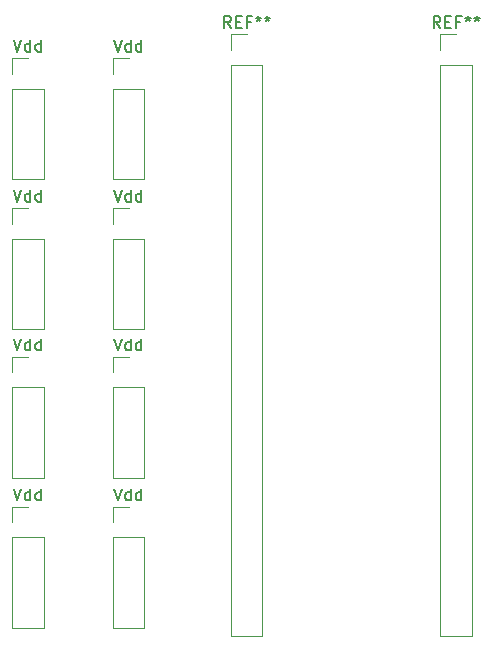
<source format=gbr>
%TF.GenerationSoftware,KiCad,Pcbnew,8.0.8*%
%TF.CreationDate,2025-03-26T17:58:07-04:00*%
%TF.ProjectId,GRIT_main_sub_PCB,47524954-5f6d-4616-996e-5f7375625f50,rev?*%
%TF.SameCoordinates,Original*%
%TF.FileFunction,Legend,Top*%
%TF.FilePolarity,Positive*%
%FSLAX46Y46*%
G04 Gerber Fmt 4.6, Leading zero omitted, Abs format (unit mm)*
G04 Created by KiCad (PCBNEW 8.0.8) date 2025-03-26 17:58:07*
%MOMM*%
%LPD*%
G01*
G04 APERTURE LIST*
%ADD10C,0.150000*%
%ADD11C,0.120000*%
G04 APERTURE END LIST*
D10*
X54501666Y-20984819D02*
X54168333Y-20508628D01*
X53930238Y-20984819D02*
X53930238Y-19984819D01*
X53930238Y-19984819D02*
X54311190Y-19984819D01*
X54311190Y-19984819D02*
X54406428Y-20032438D01*
X54406428Y-20032438D02*
X54454047Y-20080057D01*
X54454047Y-20080057D02*
X54501666Y-20175295D01*
X54501666Y-20175295D02*
X54501666Y-20318152D01*
X54501666Y-20318152D02*
X54454047Y-20413390D01*
X54454047Y-20413390D02*
X54406428Y-20461009D01*
X54406428Y-20461009D02*
X54311190Y-20508628D01*
X54311190Y-20508628D02*
X53930238Y-20508628D01*
X54930238Y-20461009D02*
X55263571Y-20461009D01*
X55406428Y-20984819D02*
X54930238Y-20984819D01*
X54930238Y-20984819D02*
X54930238Y-19984819D01*
X54930238Y-19984819D02*
X55406428Y-19984819D01*
X56168333Y-20461009D02*
X55835000Y-20461009D01*
X55835000Y-20984819D02*
X55835000Y-19984819D01*
X55835000Y-19984819D02*
X56311190Y-19984819D01*
X56835000Y-19984819D02*
X56835000Y-20222914D01*
X56596905Y-20127676D02*
X56835000Y-20222914D01*
X56835000Y-20222914D02*
X57073095Y-20127676D01*
X56692143Y-20413390D02*
X56835000Y-20222914D01*
X56835000Y-20222914D02*
X56977857Y-20413390D01*
X57596905Y-19984819D02*
X57596905Y-20222914D01*
X57358810Y-20127676D02*
X57596905Y-20222914D01*
X57596905Y-20222914D02*
X57835000Y-20127676D01*
X57454048Y-20413390D02*
X57596905Y-20222914D01*
X57596905Y-20222914D02*
X57739762Y-20413390D01*
X36766666Y-20984819D02*
X36433333Y-20508628D01*
X36195238Y-20984819D02*
X36195238Y-19984819D01*
X36195238Y-19984819D02*
X36576190Y-19984819D01*
X36576190Y-19984819D02*
X36671428Y-20032438D01*
X36671428Y-20032438D02*
X36719047Y-20080057D01*
X36719047Y-20080057D02*
X36766666Y-20175295D01*
X36766666Y-20175295D02*
X36766666Y-20318152D01*
X36766666Y-20318152D02*
X36719047Y-20413390D01*
X36719047Y-20413390D02*
X36671428Y-20461009D01*
X36671428Y-20461009D02*
X36576190Y-20508628D01*
X36576190Y-20508628D02*
X36195238Y-20508628D01*
X37195238Y-20461009D02*
X37528571Y-20461009D01*
X37671428Y-20984819D02*
X37195238Y-20984819D01*
X37195238Y-20984819D02*
X37195238Y-19984819D01*
X37195238Y-19984819D02*
X37671428Y-19984819D01*
X38433333Y-20461009D02*
X38100000Y-20461009D01*
X38100000Y-20984819D02*
X38100000Y-19984819D01*
X38100000Y-19984819D02*
X38576190Y-19984819D01*
X39100000Y-19984819D02*
X39100000Y-20222914D01*
X38861905Y-20127676D02*
X39100000Y-20222914D01*
X39100000Y-20222914D02*
X39338095Y-20127676D01*
X38957143Y-20413390D02*
X39100000Y-20222914D01*
X39100000Y-20222914D02*
X39242857Y-20413390D01*
X39861905Y-19984819D02*
X39861905Y-20222914D01*
X39623810Y-20127676D02*
X39861905Y-20222914D01*
X39861905Y-20222914D02*
X40100000Y-20127676D01*
X39719048Y-20413390D02*
X39861905Y-20222914D01*
X39861905Y-20222914D02*
X40004762Y-20413390D01*
X18361905Y-21984819D02*
X18695238Y-22984819D01*
X18695238Y-22984819D02*
X19028571Y-21984819D01*
X19790476Y-22984819D02*
X19790476Y-21984819D01*
X19790476Y-22937200D02*
X19695238Y-22984819D01*
X19695238Y-22984819D02*
X19504762Y-22984819D01*
X19504762Y-22984819D02*
X19409524Y-22937200D01*
X19409524Y-22937200D02*
X19361905Y-22889580D01*
X19361905Y-22889580D02*
X19314286Y-22794342D01*
X19314286Y-22794342D02*
X19314286Y-22508628D01*
X19314286Y-22508628D02*
X19361905Y-22413390D01*
X19361905Y-22413390D02*
X19409524Y-22365771D01*
X19409524Y-22365771D02*
X19504762Y-22318152D01*
X19504762Y-22318152D02*
X19695238Y-22318152D01*
X19695238Y-22318152D02*
X19790476Y-22365771D01*
X20695238Y-22984819D02*
X20695238Y-21984819D01*
X20695238Y-22937200D02*
X20600000Y-22984819D01*
X20600000Y-22984819D02*
X20409524Y-22984819D01*
X20409524Y-22984819D02*
X20314286Y-22937200D01*
X20314286Y-22937200D02*
X20266667Y-22889580D01*
X20266667Y-22889580D02*
X20219048Y-22794342D01*
X20219048Y-22794342D02*
X20219048Y-22508628D01*
X20219048Y-22508628D02*
X20266667Y-22413390D01*
X20266667Y-22413390D02*
X20314286Y-22365771D01*
X20314286Y-22365771D02*
X20409524Y-22318152D01*
X20409524Y-22318152D02*
X20600000Y-22318152D01*
X20600000Y-22318152D02*
X20695238Y-22365771D01*
X18361905Y-59984819D02*
X18695238Y-60984819D01*
X18695238Y-60984819D02*
X19028571Y-59984819D01*
X19790476Y-60984819D02*
X19790476Y-59984819D01*
X19790476Y-60937200D02*
X19695238Y-60984819D01*
X19695238Y-60984819D02*
X19504762Y-60984819D01*
X19504762Y-60984819D02*
X19409524Y-60937200D01*
X19409524Y-60937200D02*
X19361905Y-60889580D01*
X19361905Y-60889580D02*
X19314286Y-60794342D01*
X19314286Y-60794342D02*
X19314286Y-60508628D01*
X19314286Y-60508628D02*
X19361905Y-60413390D01*
X19361905Y-60413390D02*
X19409524Y-60365771D01*
X19409524Y-60365771D02*
X19504762Y-60318152D01*
X19504762Y-60318152D02*
X19695238Y-60318152D01*
X19695238Y-60318152D02*
X19790476Y-60365771D01*
X20695238Y-60984819D02*
X20695238Y-59984819D01*
X20695238Y-60937200D02*
X20600000Y-60984819D01*
X20600000Y-60984819D02*
X20409524Y-60984819D01*
X20409524Y-60984819D02*
X20314286Y-60937200D01*
X20314286Y-60937200D02*
X20266667Y-60889580D01*
X20266667Y-60889580D02*
X20219048Y-60794342D01*
X20219048Y-60794342D02*
X20219048Y-60508628D01*
X20219048Y-60508628D02*
X20266667Y-60413390D01*
X20266667Y-60413390D02*
X20314286Y-60365771D01*
X20314286Y-60365771D02*
X20409524Y-60318152D01*
X20409524Y-60318152D02*
X20600000Y-60318152D01*
X20600000Y-60318152D02*
X20695238Y-60365771D01*
X26861905Y-59984819D02*
X27195238Y-60984819D01*
X27195238Y-60984819D02*
X27528571Y-59984819D01*
X28290476Y-60984819D02*
X28290476Y-59984819D01*
X28290476Y-60937200D02*
X28195238Y-60984819D01*
X28195238Y-60984819D02*
X28004762Y-60984819D01*
X28004762Y-60984819D02*
X27909524Y-60937200D01*
X27909524Y-60937200D02*
X27861905Y-60889580D01*
X27861905Y-60889580D02*
X27814286Y-60794342D01*
X27814286Y-60794342D02*
X27814286Y-60508628D01*
X27814286Y-60508628D02*
X27861905Y-60413390D01*
X27861905Y-60413390D02*
X27909524Y-60365771D01*
X27909524Y-60365771D02*
X28004762Y-60318152D01*
X28004762Y-60318152D02*
X28195238Y-60318152D01*
X28195238Y-60318152D02*
X28290476Y-60365771D01*
X29195238Y-60984819D02*
X29195238Y-59984819D01*
X29195238Y-60937200D02*
X29100000Y-60984819D01*
X29100000Y-60984819D02*
X28909524Y-60984819D01*
X28909524Y-60984819D02*
X28814286Y-60937200D01*
X28814286Y-60937200D02*
X28766667Y-60889580D01*
X28766667Y-60889580D02*
X28719048Y-60794342D01*
X28719048Y-60794342D02*
X28719048Y-60508628D01*
X28719048Y-60508628D02*
X28766667Y-60413390D01*
X28766667Y-60413390D02*
X28814286Y-60365771D01*
X28814286Y-60365771D02*
X28909524Y-60318152D01*
X28909524Y-60318152D02*
X29100000Y-60318152D01*
X29100000Y-60318152D02*
X29195238Y-60365771D01*
X18361905Y-34684819D02*
X18695238Y-35684819D01*
X18695238Y-35684819D02*
X19028571Y-34684819D01*
X19790476Y-35684819D02*
X19790476Y-34684819D01*
X19790476Y-35637200D02*
X19695238Y-35684819D01*
X19695238Y-35684819D02*
X19504762Y-35684819D01*
X19504762Y-35684819D02*
X19409524Y-35637200D01*
X19409524Y-35637200D02*
X19361905Y-35589580D01*
X19361905Y-35589580D02*
X19314286Y-35494342D01*
X19314286Y-35494342D02*
X19314286Y-35208628D01*
X19314286Y-35208628D02*
X19361905Y-35113390D01*
X19361905Y-35113390D02*
X19409524Y-35065771D01*
X19409524Y-35065771D02*
X19504762Y-35018152D01*
X19504762Y-35018152D02*
X19695238Y-35018152D01*
X19695238Y-35018152D02*
X19790476Y-35065771D01*
X20695238Y-35684819D02*
X20695238Y-34684819D01*
X20695238Y-35637200D02*
X20600000Y-35684819D01*
X20600000Y-35684819D02*
X20409524Y-35684819D01*
X20409524Y-35684819D02*
X20314286Y-35637200D01*
X20314286Y-35637200D02*
X20266667Y-35589580D01*
X20266667Y-35589580D02*
X20219048Y-35494342D01*
X20219048Y-35494342D02*
X20219048Y-35208628D01*
X20219048Y-35208628D02*
X20266667Y-35113390D01*
X20266667Y-35113390D02*
X20314286Y-35065771D01*
X20314286Y-35065771D02*
X20409524Y-35018152D01*
X20409524Y-35018152D02*
X20600000Y-35018152D01*
X20600000Y-35018152D02*
X20695238Y-35065771D01*
X26861905Y-34684819D02*
X27195238Y-35684819D01*
X27195238Y-35684819D02*
X27528571Y-34684819D01*
X28290476Y-35684819D02*
X28290476Y-34684819D01*
X28290476Y-35637200D02*
X28195238Y-35684819D01*
X28195238Y-35684819D02*
X28004762Y-35684819D01*
X28004762Y-35684819D02*
X27909524Y-35637200D01*
X27909524Y-35637200D02*
X27861905Y-35589580D01*
X27861905Y-35589580D02*
X27814286Y-35494342D01*
X27814286Y-35494342D02*
X27814286Y-35208628D01*
X27814286Y-35208628D02*
X27861905Y-35113390D01*
X27861905Y-35113390D02*
X27909524Y-35065771D01*
X27909524Y-35065771D02*
X28004762Y-35018152D01*
X28004762Y-35018152D02*
X28195238Y-35018152D01*
X28195238Y-35018152D02*
X28290476Y-35065771D01*
X29195238Y-35684819D02*
X29195238Y-34684819D01*
X29195238Y-35637200D02*
X29100000Y-35684819D01*
X29100000Y-35684819D02*
X28909524Y-35684819D01*
X28909524Y-35684819D02*
X28814286Y-35637200D01*
X28814286Y-35637200D02*
X28766667Y-35589580D01*
X28766667Y-35589580D02*
X28719048Y-35494342D01*
X28719048Y-35494342D02*
X28719048Y-35208628D01*
X28719048Y-35208628D02*
X28766667Y-35113390D01*
X28766667Y-35113390D02*
X28814286Y-35065771D01*
X28814286Y-35065771D02*
X28909524Y-35018152D01*
X28909524Y-35018152D02*
X29100000Y-35018152D01*
X29100000Y-35018152D02*
X29195238Y-35065771D01*
X26861905Y-21984819D02*
X27195238Y-22984819D01*
X27195238Y-22984819D02*
X27528571Y-21984819D01*
X28290476Y-22984819D02*
X28290476Y-21984819D01*
X28290476Y-22937200D02*
X28195238Y-22984819D01*
X28195238Y-22984819D02*
X28004762Y-22984819D01*
X28004762Y-22984819D02*
X27909524Y-22937200D01*
X27909524Y-22937200D02*
X27861905Y-22889580D01*
X27861905Y-22889580D02*
X27814286Y-22794342D01*
X27814286Y-22794342D02*
X27814286Y-22508628D01*
X27814286Y-22508628D02*
X27861905Y-22413390D01*
X27861905Y-22413390D02*
X27909524Y-22365771D01*
X27909524Y-22365771D02*
X28004762Y-22318152D01*
X28004762Y-22318152D02*
X28195238Y-22318152D01*
X28195238Y-22318152D02*
X28290476Y-22365771D01*
X29195238Y-22984819D02*
X29195238Y-21984819D01*
X29195238Y-22937200D02*
X29100000Y-22984819D01*
X29100000Y-22984819D02*
X28909524Y-22984819D01*
X28909524Y-22984819D02*
X28814286Y-22937200D01*
X28814286Y-22937200D02*
X28766667Y-22889580D01*
X28766667Y-22889580D02*
X28719048Y-22794342D01*
X28719048Y-22794342D02*
X28719048Y-22508628D01*
X28719048Y-22508628D02*
X28766667Y-22413390D01*
X28766667Y-22413390D02*
X28814286Y-22365771D01*
X28814286Y-22365771D02*
X28909524Y-22318152D01*
X28909524Y-22318152D02*
X29100000Y-22318152D01*
X29100000Y-22318152D02*
X29195238Y-22365771D01*
X18361905Y-47284819D02*
X18695238Y-48284819D01*
X18695238Y-48284819D02*
X19028571Y-47284819D01*
X19790476Y-48284819D02*
X19790476Y-47284819D01*
X19790476Y-48237200D02*
X19695238Y-48284819D01*
X19695238Y-48284819D02*
X19504762Y-48284819D01*
X19504762Y-48284819D02*
X19409524Y-48237200D01*
X19409524Y-48237200D02*
X19361905Y-48189580D01*
X19361905Y-48189580D02*
X19314286Y-48094342D01*
X19314286Y-48094342D02*
X19314286Y-47808628D01*
X19314286Y-47808628D02*
X19361905Y-47713390D01*
X19361905Y-47713390D02*
X19409524Y-47665771D01*
X19409524Y-47665771D02*
X19504762Y-47618152D01*
X19504762Y-47618152D02*
X19695238Y-47618152D01*
X19695238Y-47618152D02*
X19790476Y-47665771D01*
X20695238Y-48284819D02*
X20695238Y-47284819D01*
X20695238Y-48237200D02*
X20600000Y-48284819D01*
X20600000Y-48284819D02*
X20409524Y-48284819D01*
X20409524Y-48284819D02*
X20314286Y-48237200D01*
X20314286Y-48237200D02*
X20266667Y-48189580D01*
X20266667Y-48189580D02*
X20219048Y-48094342D01*
X20219048Y-48094342D02*
X20219048Y-47808628D01*
X20219048Y-47808628D02*
X20266667Y-47713390D01*
X20266667Y-47713390D02*
X20314286Y-47665771D01*
X20314286Y-47665771D02*
X20409524Y-47618152D01*
X20409524Y-47618152D02*
X20600000Y-47618152D01*
X20600000Y-47618152D02*
X20695238Y-47665771D01*
X26861905Y-47284819D02*
X27195238Y-48284819D01*
X27195238Y-48284819D02*
X27528571Y-47284819D01*
X28290476Y-48284819D02*
X28290476Y-47284819D01*
X28290476Y-48237200D02*
X28195238Y-48284819D01*
X28195238Y-48284819D02*
X28004762Y-48284819D01*
X28004762Y-48284819D02*
X27909524Y-48237200D01*
X27909524Y-48237200D02*
X27861905Y-48189580D01*
X27861905Y-48189580D02*
X27814286Y-48094342D01*
X27814286Y-48094342D02*
X27814286Y-47808628D01*
X27814286Y-47808628D02*
X27861905Y-47713390D01*
X27861905Y-47713390D02*
X27909524Y-47665771D01*
X27909524Y-47665771D02*
X28004762Y-47618152D01*
X28004762Y-47618152D02*
X28195238Y-47618152D01*
X28195238Y-47618152D02*
X28290476Y-47665771D01*
X29195238Y-48284819D02*
X29195238Y-47284819D01*
X29195238Y-48237200D02*
X29100000Y-48284819D01*
X29100000Y-48284819D02*
X28909524Y-48284819D01*
X28909524Y-48284819D02*
X28814286Y-48237200D01*
X28814286Y-48237200D02*
X28766667Y-48189580D01*
X28766667Y-48189580D02*
X28719048Y-48094342D01*
X28719048Y-48094342D02*
X28719048Y-47808628D01*
X28719048Y-47808628D02*
X28766667Y-47713390D01*
X28766667Y-47713390D02*
X28814286Y-47665771D01*
X28814286Y-47665771D02*
X28909524Y-47618152D01*
X28909524Y-47618152D02*
X29100000Y-47618152D01*
X29100000Y-47618152D02*
X29195238Y-47665771D01*
D11*
%TO.C,REF\u002A\u002A*%
X54505000Y-21530000D02*
X55835000Y-21530000D01*
X54505000Y-22860000D02*
X54505000Y-21530000D01*
X54505000Y-24130000D02*
X54505000Y-72450000D01*
X54505000Y-24130000D02*
X57165000Y-24130000D01*
X54505000Y-72450000D02*
X57165000Y-72450000D01*
X57165000Y-24130000D02*
X57165000Y-72450000D01*
X36770000Y-21530000D02*
X38100000Y-21530000D01*
X36770000Y-22860000D02*
X36770000Y-21530000D01*
X36770000Y-24130000D02*
X36770000Y-72450000D01*
X36770000Y-24130000D02*
X39430000Y-24130000D01*
X36770000Y-72450000D02*
X39430000Y-72450000D01*
X39430000Y-24130000D02*
X39430000Y-72450000D01*
%TO.C,Vdd*%
X18270000Y-23530000D02*
X19600000Y-23530000D01*
X18270000Y-24860000D02*
X18270000Y-23530000D01*
X18270000Y-26130000D02*
X18270000Y-33810000D01*
X18270000Y-26130000D02*
X20930000Y-26130000D01*
X18270000Y-33810000D02*
X20930000Y-33810000D01*
X20930000Y-26130000D02*
X20930000Y-33810000D01*
X18270000Y-61530000D02*
X19600000Y-61530000D01*
X18270000Y-62860000D02*
X18270000Y-61530000D01*
X18270000Y-64130000D02*
X18270000Y-71810000D01*
X18270000Y-64130000D02*
X20930000Y-64130000D01*
X18270000Y-71810000D02*
X20930000Y-71810000D01*
X20930000Y-64130000D02*
X20930000Y-71810000D01*
X26770000Y-61530000D02*
X28100000Y-61530000D01*
X26770000Y-62860000D02*
X26770000Y-61530000D01*
X26770000Y-64130000D02*
X26770000Y-71810000D01*
X26770000Y-64130000D02*
X29430000Y-64130000D01*
X26770000Y-71810000D02*
X29430000Y-71810000D01*
X29430000Y-64130000D02*
X29430000Y-71810000D01*
X18270000Y-36230000D02*
X19600000Y-36230000D01*
X18270000Y-37560000D02*
X18270000Y-36230000D01*
X18270000Y-38830000D02*
X18270000Y-46510000D01*
X18270000Y-38830000D02*
X20930000Y-38830000D01*
X18270000Y-46510000D02*
X20930000Y-46510000D01*
X20930000Y-38830000D02*
X20930000Y-46510000D01*
X26770000Y-36230000D02*
X28100000Y-36230000D01*
X26770000Y-37560000D02*
X26770000Y-36230000D01*
X26770000Y-38830000D02*
X26770000Y-46510000D01*
X26770000Y-38830000D02*
X29430000Y-38830000D01*
X26770000Y-46510000D02*
X29430000Y-46510000D01*
X29430000Y-38830000D02*
X29430000Y-46510000D01*
X26770000Y-23530000D02*
X28100000Y-23530000D01*
X26770000Y-24860000D02*
X26770000Y-23530000D01*
X26770000Y-26130000D02*
X26770000Y-33810000D01*
X26770000Y-26130000D02*
X29430000Y-26130000D01*
X26770000Y-33810000D02*
X29430000Y-33810000D01*
X29430000Y-26130000D02*
X29430000Y-33810000D01*
X18270000Y-48830000D02*
X19600000Y-48830000D01*
X18270000Y-50160000D02*
X18270000Y-48830000D01*
X18270000Y-51430000D02*
X18270000Y-59110000D01*
X18270000Y-51430000D02*
X20930000Y-51430000D01*
X18270000Y-59110000D02*
X20930000Y-59110000D01*
X20930000Y-51430000D02*
X20930000Y-59110000D01*
X26770000Y-48830000D02*
X28100000Y-48830000D01*
X26770000Y-50160000D02*
X26770000Y-48830000D01*
X26770000Y-51430000D02*
X26770000Y-59110000D01*
X26770000Y-51430000D02*
X29430000Y-51430000D01*
X26770000Y-59110000D02*
X29430000Y-59110000D01*
X29430000Y-51430000D02*
X29430000Y-59110000D01*
%TD*%
M02*

</source>
